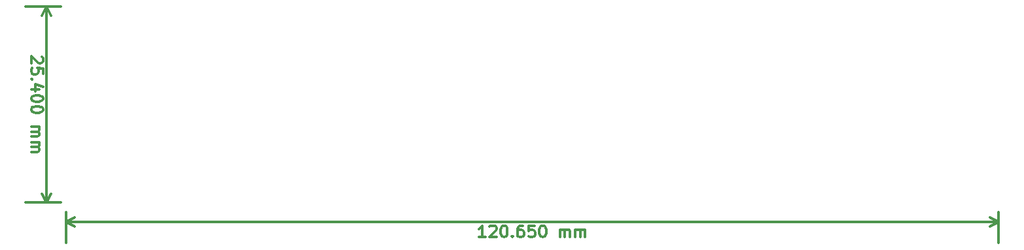
<source format=gbr>
G04 (created by PCBNEW (22-Jun-2014 BZR 4027)-stable) date Thu 28 Jun 2018 06:28:58 PM CST*
%MOIN*%
G04 Gerber Fmt 3.4, Leading zero omitted, Abs format*
%FSLAX34Y34*%
G01*
G70*
G90*
G04 APERTURE LIST*
%ADD10C,0.00393701*%
%ADD11C,0.011811*%
G04 APERTURE END LIST*
G54D10*
G54D11*
X132859Y-105520D02*
X132522Y-105520D01*
X132690Y-105520D02*
X132690Y-104929D01*
X132634Y-105014D01*
X132578Y-105070D01*
X132522Y-105098D01*
X133084Y-104986D02*
X133112Y-104958D01*
X133169Y-104929D01*
X133309Y-104929D01*
X133365Y-104958D01*
X133393Y-104986D01*
X133422Y-105042D01*
X133422Y-105098D01*
X133393Y-105183D01*
X133056Y-105520D01*
X133422Y-105520D01*
X133787Y-104929D02*
X133843Y-104929D01*
X133900Y-104958D01*
X133928Y-104986D01*
X133956Y-105042D01*
X133984Y-105154D01*
X133984Y-105295D01*
X133956Y-105408D01*
X133928Y-105464D01*
X133900Y-105492D01*
X133843Y-105520D01*
X133787Y-105520D01*
X133731Y-105492D01*
X133703Y-105464D01*
X133675Y-105408D01*
X133647Y-105295D01*
X133647Y-105154D01*
X133675Y-105042D01*
X133703Y-104986D01*
X133731Y-104958D01*
X133787Y-104929D01*
X134237Y-105464D02*
X134265Y-105492D01*
X134237Y-105520D01*
X134209Y-105492D01*
X134237Y-105464D01*
X134237Y-105520D01*
X134771Y-104929D02*
X134659Y-104929D01*
X134603Y-104958D01*
X134575Y-104986D01*
X134518Y-105070D01*
X134490Y-105183D01*
X134490Y-105408D01*
X134518Y-105464D01*
X134546Y-105492D01*
X134603Y-105520D01*
X134715Y-105520D01*
X134771Y-105492D01*
X134800Y-105464D01*
X134828Y-105408D01*
X134828Y-105267D01*
X134800Y-105211D01*
X134771Y-105183D01*
X134715Y-105154D01*
X134603Y-105154D01*
X134546Y-105183D01*
X134518Y-105211D01*
X134490Y-105267D01*
X135362Y-104929D02*
X135081Y-104929D01*
X135053Y-105211D01*
X135081Y-105183D01*
X135137Y-105154D01*
X135278Y-105154D01*
X135334Y-105183D01*
X135362Y-105211D01*
X135390Y-105267D01*
X135390Y-105408D01*
X135362Y-105464D01*
X135334Y-105492D01*
X135278Y-105520D01*
X135137Y-105520D01*
X135081Y-105492D01*
X135053Y-105464D01*
X135756Y-104929D02*
X135812Y-104929D01*
X135868Y-104958D01*
X135896Y-104986D01*
X135924Y-105042D01*
X135953Y-105154D01*
X135953Y-105295D01*
X135924Y-105408D01*
X135896Y-105464D01*
X135868Y-105492D01*
X135812Y-105520D01*
X135756Y-105520D01*
X135699Y-105492D01*
X135671Y-105464D01*
X135643Y-105408D01*
X135615Y-105295D01*
X135615Y-105154D01*
X135643Y-105042D01*
X135671Y-104986D01*
X135699Y-104958D01*
X135756Y-104929D01*
X136656Y-105520D02*
X136656Y-105126D01*
X136656Y-105183D02*
X136684Y-105154D01*
X136740Y-105126D01*
X136824Y-105126D01*
X136881Y-105154D01*
X136909Y-105211D01*
X136909Y-105520D01*
X136909Y-105211D02*
X136937Y-105154D01*
X136993Y-105126D01*
X137077Y-105126D01*
X137134Y-105154D01*
X137162Y-105211D01*
X137162Y-105520D01*
X137443Y-105520D02*
X137443Y-105126D01*
X137443Y-105183D02*
X137471Y-105154D01*
X137527Y-105126D01*
X137612Y-105126D01*
X137668Y-105154D01*
X137696Y-105211D01*
X137696Y-105520D01*
X137696Y-105211D02*
X137724Y-105154D01*
X137780Y-105126D01*
X137865Y-105126D01*
X137921Y-105154D01*
X137949Y-105211D01*
X137949Y-105520D01*
X111500Y-104749D02*
X159000Y-104749D01*
X111500Y-104250D02*
X111500Y-105812D01*
X159000Y-104250D02*
X159000Y-105812D01*
X159000Y-104749D02*
X158556Y-104980D01*
X159000Y-104749D02*
X158556Y-104519D01*
X111500Y-104749D02*
X111943Y-104980D01*
X111500Y-104749D02*
X111943Y-104519D01*
X110263Y-96303D02*
X110291Y-96331D01*
X110320Y-96387D01*
X110320Y-96528D01*
X110291Y-96584D01*
X110263Y-96612D01*
X110207Y-96640D01*
X110151Y-96640D01*
X110066Y-96612D01*
X109729Y-96275D01*
X109729Y-96640D01*
X110320Y-97175D02*
X110320Y-96893D01*
X110038Y-96865D01*
X110066Y-96893D01*
X110095Y-96950D01*
X110095Y-97090D01*
X110066Y-97147D01*
X110038Y-97175D01*
X109982Y-97203D01*
X109841Y-97203D01*
X109785Y-97175D01*
X109757Y-97147D01*
X109729Y-97090D01*
X109729Y-96950D01*
X109757Y-96893D01*
X109785Y-96865D01*
X109785Y-97456D02*
X109757Y-97484D01*
X109729Y-97456D01*
X109757Y-97428D01*
X109785Y-97456D01*
X109729Y-97456D01*
X110123Y-97990D02*
X109729Y-97990D01*
X110348Y-97850D02*
X109926Y-97709D01*
X109926Y-98075D01*
X110320Y-98412D02*
X110320Y-98468D01*
X110291Y-98525D01*
X110263Y-98553D01*
X110207Y-98581D01*
X110095Y-98609D01*
X109954Y-98609D01*
X109841Y-98581D01*
X109785Y-98553D01*
X109757Y-98525D01*
X109729Y-98468D01*
X109729Y-98412D01*
X109757Y-98356D01*
X109785Y-98328D01*
X109841Y-98300D01*
X109954Y-98271D01*
X110095Y-98271D01*
X110207Y-98300D01*
X110263Y-98328D01*
X110291Y-98356D01*
X110320Y-98412D01*
X110320Y-98974D02*
X110320Y-99031D01*
X110291Y-99087D01*
X110263Y-99115D01*
X110207Y-99143D01*
X110095Y-99171D01*
X109954Y-99171D01*
X109841Y-99143D01*
X109785Y-99115D01*
X109757Y-99087D01*
X109729Y-99031D01*
X109729Y-98974D01*
X109757Y-98918D01*
X109785Y-98890D01*
X109841Y-98862D01*
X109954Y-98834D01*
X110095Y-98834D01*
X110207Y-98862D01*
X110263Y-98890D01*
X110291Y-98918D01*
X110320Y-98974D01*
X109729Y-99874D02*
X110123Y-99874D01*
X110066Y-99874D02*
X110095Y-99902D01*
X110123Y-99959D01*
X110123Y-100043D01*
X110095Y-100099D01*
X110038Y-100127D01*
X109729Y-100127D01*
X110038Y-100127D02*
X110095Y-100156D01*
X110123Y-100212D01*
X110123Y-100296D01*
X110095Y-100352D01*
X110038Y-100381D01*
X109729Y-100381D01*
X109729Y-100662D02*
X110123Y-100662D01*
X110066Y-100662D02*
X110095Y-100690D01*
X110123Y-100746D01*
X110123Y-100830D01*
X110095Y-100887D01*
X110038Y-100915D01*
X109729Y-100915D01*
X110038Y-100915D02*
X110095Y-100943D01*
X110123Y-100999D01*
X110123Y-101084D01*
X110095Y-101140D01*
X110038Y-101168D01*
X109729Y-101168D01*
X110500Y-93750D02*
X110500Y-103750D01*
X111250Y-93750D02*
X109437Y-93750D01*
X111250Y-103750D02*
X109437Y-103750D01*
X110500Y-103750D02*
X110269Y-103306D01*
X110500Y-103750D02*
X110730Y-103306D01*
X110500Y-93750D02*
X110269Y-94193D01*
X110500Y-93750D02*
X110730Y-94193D01*
M02*

</source>
